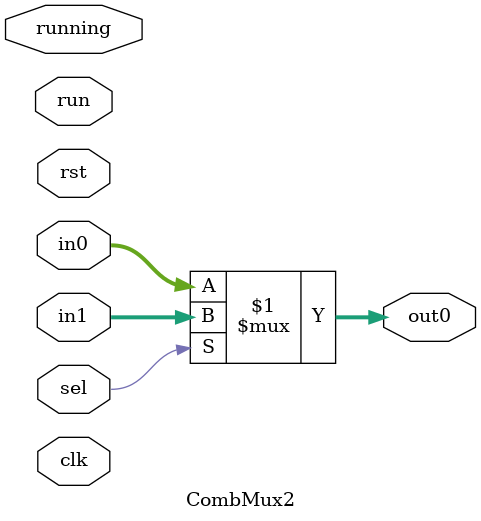
<source format=v>
`timescale 1ns / 1ps

module CombMux2 #(
   parameter DATA_W = 32
) (
   //control
   input clk,
   input rst,

   input running,
   input run,

   //input / output data
   input [DATA_W-1:0] in0,
   input [DATA_W-1:0] in1,

   (* versat_latency = 0 *) output reg [DATA_W-1:0] out0,

   input sel
);

   assign out0 = (sel ? in1 : in0);

endmodule

</source>
